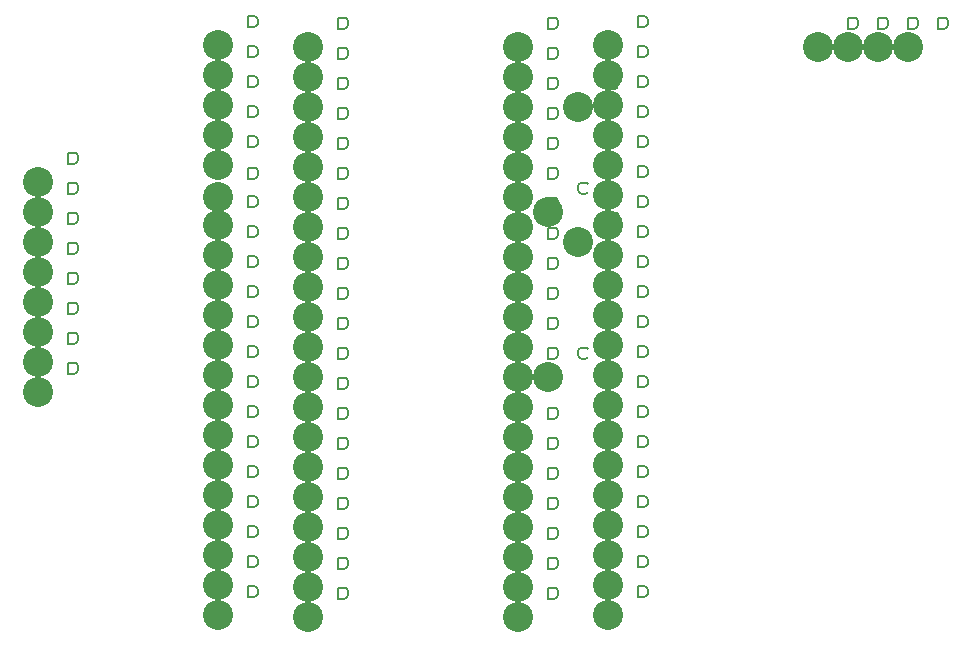
<source format=gbr>
G04 DesignSpark PCB Gerber Version 11.0 Build 5877*
%FSLAX35Y35*%
%MOIN*%
%ADD10C,0.00500*%
%ADD21C,0.10000*%
X0Y0D02*
D02*
D10*
X55250Y111187D02*
Y114937D01*
X57125D01*
X57750Y114625D01*
X58063Y114313D01*
X58375Y113687D01*
Y112437D01*
X58063Y111813D01*
X57750Y111500D01*
X57125Y111187D01*
X55250D01*
Y121187D02*
Y124937D01*
X57125D01*
X57750Y124625D01*
X58063Y124313D01*
X58375Y123687D01*
Y122437D01*
X58063Y121813D01*
X57750Y121500D01*
X57125Y121187D01*
X55250D01*
Y131187D02*
Y134937D01*
X57125D01*
X57750Y134625D01*
X58063Y134313D01*
X58375Y133687D01*
Y132437D01*
X58063Y131813D01*
X57750Y131500D01*
X57125Y131187D01*
X55250D01*
Y141187D02*
Y144937D01*
X57125D01*
X57750Y144625D01*
X58063Y144313D01*
X58375Y143687D01*
Y142437D01*
X58063Y141813D01*
X57750Y141500D01*
X57125Y141187D01*
X55250D01*
Y151187D02*
Y154937D01*
X57125D01*
X57750Y154625D01*
X58063Y154313D01*
X58375Y153687D01*
Y152437D01*
X58063Y151813D01*
X57750Y151500D01*
X57125Y151187D01*
X55250D01*
Y161187D02*
Y164937D01*
X57125D01*
X57750Y164625D01*
X58063Y164313D01*
X58375Y163687D01*
Y162437D01*
X58063Y161813D01*
X57750Y161500D01*
X57125Y161187D01*
X55250D01*
Y171187D02*
Y174937D01*
X57125D01*
X57750Y174625D01*
X58063Y174313D01*
X58375Y173687D01*
Y172437D01*
X58063Y171813D01*
X57750Y171500D01*
X57125Y171187D01*
X55250D01*
Y181187D02*
Y184937D01*
X57125D01*
X57750Y184625D01*
X58063Y184313D01*
X58375Y183687D01*
Y182437D01*
X58063Y181813D01*
X57750Y181500D01*
X57125Y181187D01*
X55250D01*
X115250Y36687D02*
Y40437D01*
X117125D01*
X117750Y40125D01*
X118063Y39813D01*
X118375Y39187D01*
Y37937D01*
X118063Y37313D01*
X117750Y37000D01*
X117125Y36687D01*
X115250D01*
Y46687D02*
Y50437D01*
X117125D01*
X117750Y50125D01*
X118063Y49813D01*
X118375Y49187D01*
Y47937D01*
X118063Y47313D01*
X117750Y47000D01*
X117125Y46687D01*
X115250D01*
Y56687D02*
Y60437D01*
X117125D01*
X117750Y60125D01*
X118063Y59813D01*
X118375Y59187D01*
Y57937D01*
X118063Y57313D01*
X117750Y57000D01*
X117125Y56687D01*
X115250D01*
Y66687D02*
Y70437D01*
X117125D01*
X117750Y70125D01*
X118063Y69813D01*
X118375Y69187D01*
Y67937D01*
X118063Y67313D01*
X117750Y67000D01*
X117125Y66687D01*
X115250D01*
Y76687D02*
Y80437D01*
X117125D01*
X117750Y80125D01*
X118063Y79813D01*
X118375Y79187D01*
Y77937D01*
X118063Y77313D01*
X117750Y77000D01*
X117125Y76687D01*
X115250D01*
Y86687D02*
Y90437D01*
X117125D01*
X117750Y90125D01*
X118063Y89813D01*
X118375Y89187D01*
Y87937D01*
X118063Y87313D01*
X117750Y87000D01*
X117125Y86687D01*
X115250D01*
Y96687D02*
Y100437D01*
X117125D01*
X117750Y100125D01*
X118063Y99813D01*
X118375Y99187D01*
Y97937D01*
X118063Y97313D01*
X117750Y97000D01*
X117125Y96687D01*
X115250D01*
Y106687D02*
Y110437D01*
X117125D01*
X117750Y110125D01*
X118063Y109813D01*
X118375Y109187D01*
Y107937D01*
X118063Y107313D01*
X117750Y107000D01*
X117125Y106687D01*
X115250D01*
Y116687D02*
Y120437D01*
X117125D01*
X117750Y120125D01*
X118063Y119813D01*
X118375Y119187D01*
Y117937D01*
X118063Y117313D01*
X117750Y117000D01*
X117125Y116687D01*
X115250D01*
Y126687D02*
Y130437D01*
X117125D01*
X117750Y130125D01*
X118063Y129813D01*
X118375Y129187D01*
Y127937D01*
X118063Y127313D01*
X117750Y127000D01*
X117125Y126687D01*
X115250D01*
Y136687D02*
Y140437D01*
X117125D01*
X117750Y140125D01*
X118063Y139813D01*
X118375Y139187D01*
Y137937D01*
X118063Y137313D01*
X117750Y137000D01*
X117125Y136687D01*
X115250D01*
Y146687D02*
Y150437D01*
X117125D01*
X117750Y150125D01*
X118063Y149813D01*
X118375Y149187D01*
Y147937D01*
X118063Y147313D01*
X117750Y147000D01*
X117125Y146687D01*
X115250D01*
Y156687D02*
Y160437D01*
X117125D01*
X117750Y160125D01*
X118063Y159813D01*
X118375Y159187D01*
Y157937D01*
X118063Y157313D01*
X117750Y157000D01*
X117125Y156687D01*
X115250D01*
Y166687D02*
Y170437D01*
X117125D01*
X117750Y170125D01*
X118063Y169813D01*
X118375Y169187D01*
Y167937D01*
X118063Y167313D01*
X117750Y167000D01*
X117125Y166687D01*
X115250D01*
Y176187D02*
Y179937D01*
X117125D01*
X117750Y179625D01*
X118063Y179313D01*
X118375Y178687D01*
Y177437D01*
X118063Y176813D01*
X117750Y176500D01*
X117125Y176187D01*
X115250D01*
Y186687D02*
Y190437D01*
X117125D01*
X117750Y190125D01*
X118063Y189813D01*
X118375Y189187D01*
Y187937D01*
X118063Y187313D01*
X117750Y187000D01*
X117125Y186687D01*
X115250D01*
Y196687D02*
Y200437D01*
X117125D01*
X117750Y200125D01*
X118063Y199813D01*
X118375Y199187D01*
Y197937D01*
X118063Y197313D01*
X117750Y197000D01*
X117125Y196687D01*
X115250D01*
Y206687D02*
Y210437D01*
X117125D01*
X117750Y210125D01*
X118063Y209813D01*
X118375Y209187D01*
Y207937D01*
X118063Y207313D01*
X117750Y207000D01*
X117125Y206687D01*
X115250D01*
Y216687D02*
Y220437D01*
X117125D01*
X117750Y220125D01*
X118063Y219813D01*
X118375Y219187D01*
Y217937D01*
X118063Y217313D01*
X117750Y217000D01*
X117125Y216687D01*
X115250D01*
Y226687D02*
Y230437D01*
X117125D01*
X117750Y230125D01*
X118063Y229813D01*
X118375Y229187D01*
Y227937D01*
X118063Y227313D01*
X117750Y227000D01*
X117125Y226687D01*
X115250D01*
X145250Y36187D02*
Y39937D01*
X147125D01*
X147750Y39625D01*
X148063Y39313D01*
X148375Y38687D01*
Y37437D01*
X148063Y36813D01*
X147750Y36500D01*
X147125Y36187D01*
X145250D01*
Y46187D02*
Y49937D01*
X147125D01*
X147750Y49625D01*
X148063Y49313D01*
X148375Y48687D01*
Y47437D01*
X148063Y46813D01*
X147750Y46500D01*
X147125Y46187D01*
X145250D01*
Y56187D02*
Y59937D01*
X147125D01*
X147750Y59625D01*
X148063Y59313D01*
X148375Y58687D01*
Y57437D01*
X148063Y56813D01*
X147750Y56500D01*
X147125Y56187D01*
X145250D01*
Y66187D02*
Y69937D01*
X147125D01*
X147750Y69625D01*
X148063Y69313D01*
X148375Y68687D01*
Y67437D01*
X148063Y66813D01*
X147750Y66500D01*
X147125Y66187D01*
X145250D01*
Y76187D02*
Y79937D01*
X147125D01*
X147750Y79625D01*
X148063Y79313D01*
X148375Y78687D01*
Y77437D01*
X148063Y76813D01*
X147750Y76500D01*
X147125Y76187D01*
X145250D01*
Y86187D02*
Y89937D01*
X147125D01*
X147750Y89625D01*
X148063Y89313D01*
X148375Y88687D01*
Y87437D01*
X148063Y86813D01*
X147750Y86500D01*
X147125Y86187D01*
X145250D01*
Y96187D02*
Y99937D01*
X147125D01*
X147750Y99625D01*
X148063Y99313D01*
X148375Y98687D01*
Y97437D01*
X148063Y96813D01*
X147750Y96500D01*
X147125Y96187D01*
X145250D01*
Y106187D02*
Y109937D01*
X147125D01*
X147750Y109625D01*
X148063Y109313D01*
X148375Y108687D01*
Y107437D01*
X148063Y106813D01*
X147750Y106500D01*
X147125Y106187D01*
X145250D01*
Y116187D02*
Y119937D01*
X147125D01*
X147750Y119625D01*
X148063Y119313D01*
X148375Y118687D01*
Y117437D01*
X148063Y116813D01*
X147750Y116500D01*
X147125Y116187D01*
X145250D01*
Y126187D02*
Y129937D01*
X147125D01*
X147750Y129625D01*
X148063Y129313D01*
X148375Y128687D01*
Y127437D01*
X148063Y126813D01*
X147750Y126500D01*
X147125Y126187D01*
X145250D01*
Y136187D02*
Y139937D01*
X147125D01*
X147750Y139625D01*
X148063Y139313D01*
X148375Y138687D01*
Y137437D01*
X148063Y136813D01*
X147750Y136500D01*
X147125Y136187D01*
X145250D01*
Y146187D02*
Y149937D01*
X147125D01*
X147750Y149625D01*
X148063Y149313D01*
X148375Y148687D01*
Y147437D01*
X148063Y146813D01*
X147750Y146500D01*
X147125Y146187D01*
X145250D01*
Y156187D02*
Y159937D01*
X147125D01*
X147750Y159625D01*
X148063Y159313D01*
X148375Y158687D01*
Y157437D01*
X148063Y156813D01*
X147750Y156500D01*
X147125Y156187D01*
X145250D01*
Y166187D02*
Y169937D01*
X147125D01*
X147750Y169625D01*
X148063Y169313D01*
X148375Y168687D01*
Y167437D01*
X148063Y166813D01*
X147750Y166500D01*
X147125Y166187D01*
X145250D01*
Y176187D02*
Y179937D01*
X147125D01*
X147750Y179625D01*
X148063Y179313D01*
X148375Y178687D01*
Y177437D01*
X148063Y176813D01*
X147750Y176500D01*
X147125Y176187D01*
X145250D01*
Y186187D02*
Y189937D01*
X147125D01*
X147750Y189625D01*
X148063Y189313D01*
X148375Y188687D01*
Y187437D01*
X148063Y186813D01*
X147750Y186500D01*
X147125Y186187D01*
X145250D01*
Y196187D02*
Y199937D01*
X147125D01*
X147750Y199625D01*
X148063Y199313D01*
X148375Y198687D01*
Y197437D01*
X148063Y196813D01*
X147750Y196500D01*
X147125Y196187D01*
X145250D01*
Y206187D02*
Y209937D01*
X147125D01*
X147750Y209625D01*
X148063Y209313D01*
X148375Y208687D01*
Y207437D01*
X148063Y206813D01*
X147750Y206500D01*
X147125Y206187D01*
X145250D01*
Y216187D02*
Y219937D01*
X147125D01*
X147750Y219625D01*
X148063Y219313D01*
X148375Y218687D01*
Y217437D01*
X148063Y216813D01*
X147750Y216500D01*
X147125Y216187D01*
X145250D01*
Y226187D02*
Y229937D01*
X147125D01*
X147750Y229625D01*
X148063Y229313D01*
X148375Y228687D01*
Y227437D01*
X148063Y226813D01*
X147750Y226500D01*
X147125Y226187D01*
X145250D01*
X215250Y36187D02*
Y39937D01*
X217125D01*
X217750Y39625D01*
X218063Y39313D01*
X218375Y38687D01*
Y37437D01*
X218063Y36813D01*
X217750Y36500D01*
X217125Y36187D01*
X215250D01*
Y46187D02*
Y49937D01*
X217125D01*
X217750Y49625D01*
X218063Y49313D01*
X218375Y48687D01*
Y47437D01*
X218063Y46813D01*
X217750Y46500D01*
X217125Y46187D01*
X215250D01*
Y56187D02*
Y59937D01*
X217125D01*
X217750Y59625D01*
X218063Y59313D01*
X218375Y58687D01*
Y57437D01*
X218063Y56813D01*
X217750Y56500D01*
X217125Y56187D01*
X215250D01*
Y66187D02*
Y69937D01*
X217125D01*
X217750Y69625D01*
X218063Y69313D01*
X218375Y68687D01*
Y67437D01*
X218063Y66813D01*
X217750Y66500D01*
X217125Y66187D01*
X215250D01*
Y76187D02*
Y79937D01*
X217125D01*
X217750Y79625D01*
X218063Y79313D01*
X218375Y78687D01*
Y77437D01*
X218063Y76813D01*
X217750Y76500D01*
X217125Y76187D01*
X215250D01*
Y86187D02*
Y89937D01*
X217125D01*
X217750Y89625D01*
X218063Y89313D01*
X218375Y88687D01*
Y87437D01*
X218063Y86813D01*
X217750Y86500D01*
X217125Y86187D01*
X215250D01*
Y96187D02*
Y99937D01*
X217125D01*
X217750Y99625D01*
X218063Y99313D01*
X218375Y98687D01*
Y97437D01*
X218063Y96813D01*
X217750Y96500D01*
X217125Y96187D01*
X215250D01*
Y106187D02*
Y109937D01*
X217125D01*
X217750Y109625D01*
X218063Y109313D01*
X218375Y108687D01*
Y107437D01*
X218063Y106813D01*
X217750Y106500D01*
X217125Y106187D01*
X215250D01*
Y116187D02*
Y119937D01*
X217125D01*
X217750Y119625D01*
X218063Y119313D01*
X218375Y118687D01*
Y117437D01*
X218063Y116813D01*
X217750Y116500D01*
X217125Y116187D01*
X215250D01*
Y126187D02*
Y129937D01*
X217125D01*
X217750Y129625D01*
X218063Y129313D01*
X218375Y128687D01*
Y127437D01*
X218063Y126813D01*
X217750Y126500D01*
X217125Y126187D01*
X215250D01*
Y136187D02*
Y139937D01*
X217125D01*
X217750Y139625D01*
X218063Y139313D01*
X218375Y138687D01*
Y137437D01*
X218063Y136813D01*
X217750Y136500D01*
X217125Y136187D01*
X215250D01*
Y146187D02*
Y149937D01*
X217125D01*
X217750Y149625D01*
X218063Y149313D01*
X218375Y148687D01*
Y147437D01*
X218063Y146813D01*
X217750Y146500D01*
X217125Y146187D01*
X215250D01*
Y156187D02*
Y159937D01*
X217125D01*
X217750Y159625D01*
X218063Y159313D01*
X218375Y158687D01*
Y157437D01*
X218063Y156813D01*
X217750Y156500D01*
X217125Y156187D01*
X215250D01*
Y166187D02*
Y169937D01*
X217125D01*
X217750Y169625D01*
X218063Y169313D01*
X218375Y168687D01*
Y167437D01*
X218063Y166813D01*
X217750Y166500D01*
X217125Y166187D01*
X215250D01*
Y176187D02*
Y179937D01*
X217125D01*
X217750Y179625D01*
X218063Y179313D01*
X218375Y178687D01*
Y177437D01*
X218063Y176813D01*
X217750Y176500D01*
X217125Y176187D01*
X215250D01*
Y186187D02*
Y189937D01*
X217125D01*
X217750Y189625D01*
X218063Y189313D01*
X218375Y188687D01*
Y187437D01*
X218063Y186813D01*
X217750Y186500D01*
X217125Y186187D01*
X215250D01*
Y196187D02*
Y199937D01*
X217125D01*
X217750Y199625D01*
X218063Y199313D01*
X218375Y198687D01*
Y197437D01*
X218063Y196813D01*
X217750Y196500D01*
X217125Y196187D01*
X215250D01*
Y206187D02*
Y209937D01*
X217125D01*
X217750Y209625D01*
X218063Y209313D01*
X218375Y208687D01*
Y207437D01*
X218063Y206813D01*
X217750Y206500D01*
X217125Y206187D01*
X215250D01*
Y216187D02*
Y219937D01*
X217125D01*
X217750Y219625D01*
X218063Y219313D01*
X218375Y218687D01*
Y217437D01*
X218063Y216813D01*
X217750Y216500D01*
X217125Y216187D01*
X215250D01*
Y226187D02*
Y229937D01*
X217125D01*
X217750Y229625D01*
X218063Y229313D01*
X218375Y228687D01*
Y227437D01*
X218063Y226813D01*
X217750Y226500D01*
X217125Y226187D01*
X215250D01*
X228375Y116813D02*
X228063Y116500D01*
X227437Y116187D01*
X226500D01*
X225875Y116500D01*
X225563Y116813D01*
X225250Y117437D01*
Y118687D01*
X225563Y119313D01*
X225875Y119625D01*
X226500Y119937D01*
X227437D01*
X228063Y119625D01*
X228375Y119313D01*
Y171813D02*
X228063Y171500D01*
X227437Y171187D01*
X226500D01*
X225875Y171500D01*
X225563Y171813D01*
X225250Y172437D01*
Y173687D01*
X225563Y174313D01*
X225875Y174625D01*
X226500Y174937D01*
X227437D01*
X228063Y174625D01*
X228375Y174313D01*
X238375Y161813D02*
X238063Y161500D01*
X237437Y161187D01*
X236500D01*
X235875Y161500D01*
X235563Y161813D01*
X235250Y162437D01*
Y163687D01*
X235563Y164313D01*
X235875Y164625D01*
X236500Y164937D01*
X237437D01*
X238063Y164625D01*
X238375Y164313D01*
Y206813D02*
X238063Y206500D01*
X237437Y206187D01*
X236500D01*
X235875Y206500D01*
X235563Y206813D01*
X235250Y207437D01*
Y208687D01*
X235563Y209313D01*
X235875Y209625D01*
X236500Y209937D01*
X237437D01*
X238063Y209625D01*
X238375Y209313D01*
X245250Y36687D02*
Y40437D01*
X247125D01*
X247750Y40125D01*
X248063Y39813D01*
X248375Y39187D01*
Y37937D01*
X248063Y37313D01*
X247750Y37000D01*
X247125Y36687D01*
X245250D01*
Y46687D02*
Y50437D01*
X247125D01*
X247750Y50125D01*
X248063Y49813D01*
X248375Y49187D01*
Y47937D01*
X248063Y47313D01*
X247750Y47000D01*
X247125Y46687D01*
X245250D01*
Y56687D02*
Y60437D01*
X247125D01*
X247750Y60125D01*
X248063Y59813D01*
X248375Y59187D01*
Y57937D01*
X248063Y57313D01*
X247750Y57000D01*
X247125Y56687D01*
X245250D01*
Y66687D02*
Y70437D01*
X247125D01*
X247750Y70125D01*
X248063Y69813D01*
X248375Y69187D01*
Y67937D01*
X248063Y67313D01*
X247750Y67000D01*
X247125Y66687D01*
X245250D01*
Y76687D02*
Y80437D01*
X247125D01*
X247750Y80125D01*
X248063Y79813D01*
X248375Y79187D01*
Y77937D01*
X248063Y77313D01*
X247750Y77000D01*
X247125Y76687D01*
X245250D01*
Y86687D02*
Y90437D01*
X247125D01*
X247750Y90125D01*
X248063Y89813D01*
X248375Y89187D01*
Y87937D01*
X248063Y87313D01*
X247750Y87000D01*
X247125Y86687D01*
X245250D01*
Y96687D02*
Y100437D01*
X247125D01*
X247750Y100125D01*
X248063Y99813D01*
X248375Y99187D01*
Y97937D01*
X248063Y97313D01*
X247750Y97000D01*
X247125Y96687D01*
X245250D01*
Y106687D02*
Y110437D01*
X247125D01*
X247750Y110125D01*
X248063Y109813D01*
X248375Y109187D01*
Y107937D01*
X248063Y107313D01*
X247750Y107000D01*
X247125Y106687D01*
X245250D01*
Y116687D02*
Y120437D01*
X247125D01*
X247750Y120125D01*
X248063Y119813D01*
X248375Y119187D01*
Y117937D01*
X248063Y117313D01*
X247750Y117000D01*
X247125Y116687D01*
X245250D01*
Y126687D02*
Y130437D01*
X247125D01*
X247750Y130125D01*
X248063Y129813D01*
X248375Y129187D01*
Y127937D01*
X248063Y127313D01*
X247750Y127000D01*
X247125Y126687D01*
X245250D01*
Y136687D02*
Y140437D01*
X247125D01*
X247750Y140125D01*
X248063Y139813D01*
X248375Y139187D01*
Y137937D01*
X248063Y137313D01*
X247750Y137000D01*
X247125Y136687D01*
X245250D01*
Y146687D02*
Y150437D01*
X247125D01*
X247750Y150125D01*
X248063Y149813D01*
X248375Y149187D01*
Y147937D01*
X248063Y147313D01*
X247750Y147000D01*
X247125Y146687D01*
X245250D01*
Y156687D02*
Y160437D01*
X247125D01*
X247750Y160125D01*
X248063Y159813D01*
X248375Y159187D01*
Y157937D01*
X248063Y157313D01*
X247750Y157000D01*
X247125Y156687D01*
X245250D01*
Y166687D02*
Y170437D01*
X247125D01*
X247750Y170125D01*
X248063Y169813D01*
X248375Y169187D01*
Y167937D01*
X248063Y167313D01*
X247750Y167000D01*
X247125Y166687D01*
X245250D01*
Y176687D02*
Y180437D01*
X247125D01*
X247750Y180125D01*
X248063Y179813D01*
X248375Y179187D01*
Y177937D01*
X248063Y177313D01*
X247750Y177000D01*
X247125Y176687D01*
X245250D01*
Y186687D02*
Y190437D01*
X247125D01*
X247750Y190125D01*
X248063Y189813D01*
X248375Y189187D01*
Y187937D01*
X248063Y187313D01*
X247750Y187000D01*
X247125Y186687D01*
X245250D01*
Y196687D02*
Y200437D01*
X247125D01*
X247750Y200125D01*
X248063Y199813D01*
X248375Y199187D01*
Y197937D01*
X248063Y197313D01*
X247750Y197000D01*
X247125Y196687D01*
X245250D01*
Y206687D02*
Y210437D01*
X247125D01*
X247750Y210125D01*
X248063Y209813D01*
X248375Y209187D01*
Y207937D01*
X248063Y207313D01*
X247750Y207000D01*
X247125Y206687D01*
X245250D01*
Y216687D02*
Y220437D01*
X247125D01*
X247750Y220125D01*
X248063Y219813D01*
X248375Y219187D01*
Y217937D01*
X248063Y217313D01*
X247750Y217000D01*
X247125Y216687D01*
X245250D01*
Y226687D02*
Y230437D01*
X247125D01*
X247750Y230125D01*
X248063Y229813D01*
X248375Y229187D01*
Y227937D01*
X248063Y227313D01*
X247750Y227000D01*
X247125Y226687D01*
X245250D01*
X315250Y226187D02*
Y229937D01*
X317125D01*
X317750Y229625D01*
X318063Y229313D01*
X318375Y228687D01*
Y227437D01*
X318063Y226813D01*
X317750Y226500D01*
X317125Y226187D01*
X315250D01*
X325250D02*
Y229937D01*
X327125D01*
X327750Y229625D01*
X328063Y229313D01*
X328375Y228687D01*
Y227437D01*
X328063Y226813D01*
X327750Y226500D01*
X327125Y226187D01*
X325250D01*
X335250D02*
Y229937D01*
X337125D01*
X337750Y229625D01*
X338063Y229313D01*
X338375Y228687D01*
Y227437D01*
X338063Y226813D01*
X337750Y226500D01*
X337125Y226187D01*
X335250D01*
X345250D02*
Y229937D01*
X347125D01*
X347750Y229625D01*
X348063Y229313D01*
X348375Y228687D01*
Y227437D01*
X348063Y226813D01*
X347750Y226500D01*
X347125Y226187D01*
X345250D01*
D02*
D21*
X45250Y105250D03*
Y115250D03*
Y125250D03*
Y135250D03*
Y145250D03*
Y155250D03*
Y165250D03*
Y175250D03*
X105250Y30750D03*
Y40750D03*
Y50750D03*
Y60750D03*
Y70750D03*
Y80750D03*
Y90750D03*
Y100750D03*
Y110750D03*
Y120750D03*
Y130750D03*
Y140750D03*
Y150750D03*
Y160750D03*
Y170250D03*
Y180750D03*
Y190750D03*
Y200750D03*
Y210750D03*
Y220750D03*
X135250Y30250D03*
Y40250D03*
Y50250D03*
Y60250D03*
Y70250D03*
Y80250D03*
Y90250D03*
Y100250D03*
Y110250D03*
Y120250D03*
Y130250D03*
Y140250D03*
Y150250D03*
Y160250D03*
Y170250D03*
Y180250D03*
Y190250D03*
Y200250D03*
Y210250D03*
Y220250D03*
X205250Y30250D03*
Y40250D03*
Y50250D03*
Y60250D03*
Y70250D03*
Y80250D03*
Y90250D03*
Y100250D03*
Y110250D03*
Y120250D03*
Y130250D03*
Y140250D03*
Y150250D03*
Y160250D03*
Y170250D03*
Y180250D03*
Y190250D03*
Y200250D03*
Y210250D03*
Y220250D03*
X215250Y110250D03*
Y165250D03*
X225250Y155250D03*
Y200250D03*
X235250Y30750D03*
Y40750D03*
Y50750D03*
Y60750D03*
Y70750D03*
Y80750D03*
Y90750D03*
Y100750D03*
Y110750D03*
Y120750D03*
Y130750D03*
Y140750D03*
Y150750D03*
Y160750D03*
Y170750D03*
Y180750D03*
Y190750D03*
Y200750D03*
Y210750D03*
Y220750D03*
X305250Y220250D03*
X315250D03*
X325250D03*
X335250D03*
X0Y0D02*
M02*

</source>
